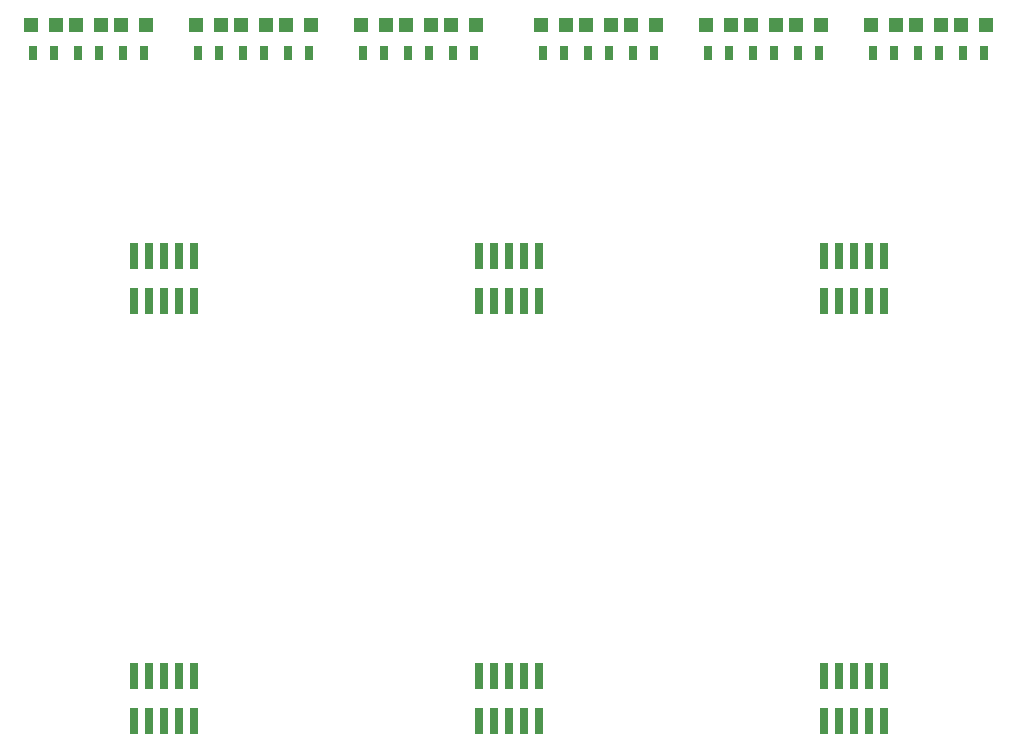
<source format=gbr>
G04 EAGLE Gerber X2 export*
%TF.Part,Single*%
%TF.FileFunction,Paste,Bot*%
%TF.FilePolarity,Positive*%
%TF.GenerationSoftware,Autodesk,EAGLE,9.1.3*%
%TF.CreationDate,2018-11-04T16:40:41Z*%
G75*
%MOIN*%
%FSLAX34Y34*%
%LPD*%
%AMOC8*
5,1,8,0,0,1.08239X$1,22.5*%
G01*
%ADD10R,0.030000X0.090000*%
%ADD11R,0.047244X0.047244*%
%ADD12R,0.031496X0.047244*%


D10*
X4500Y10250D03*
X4500Y11750D03*
X5000Y10250D03*
X5000Y11750D03*
X5500Y10250D03*
X5500Y11750D03*
X6000Y10250D03*
X6000Y11750D03*
X6500Y10250D03*
X6500Y11750D03*
X16000Y10250D03*
X16000Y11750D03*
X16500Y10250D03*
X16500Y11750D03*
X17000Y10250D03*
X17000Y11750D03*
X17500Y10250D03*
X17500Y11750D03*
X18000Y10250D03*
X18000Y11750D03*
X27500Y10250D03*
X27500Y11750D03*
X28000Y10250D03*
X28000Y11750D03*
X28500Y10250D03*
X28500Y11750D03*
X29000Y10250D03*
X29000Y11750D03*
X29500Y10250D03*
X29500Y11750D03*
X4500Y24250D03*
X4500Y25750D03*
X5000Y24250D03*
X5000Y25750D03*
X5500Y24250D03*
X5500Y25750D03*
X6000Y24250D03*
X6000Y25750D03*
X6500Y24250D03*
X6500Y25750D03*
X16000Y24250D03*
X16000Y25750D03*
X16500Y24250D03*
X16500Y25750D03*
X17000Y24250D03*
X17000Y25750D03*
X17500Y24250D03*
X17500Y25750D03*
X18000Y24250D03*
X18000Y25750D03*
X27500Y24250D03*
X27500Y25750D03*
X28000Y24250D03*
X28000Y25750D03*
X28500Y24250D03*
X28500Y25750D03*
X29000Y24250D03*
X29000Y25750D03*
X29500Y24250D03*
X29500Y25750D03*
D11*
X3413Y33450D03*
X2587Y33450D03*
X1913Y33450D03*
X1087Y33450D03*
X4913Y33450D03*
X4087Y33450D03*
D12*
X3354Y32500D03*
X2646Y32500D03*
X1146Y32500D03*
X1854Y32500D03*
X4146Y32500D03*
X4854Y32500D03*
D11*
X8913Y33450D03*
X8087Y33450D03*
X7413Y33450D03*
X6587Y33450D03*
X10413Y33450D03*
X9587Y33450D03*
D12*
X8854Y32500D03*
X8146Y32500D03*
X6646Y32500D03*
X7354Y32500D03*
X9646Y32500D03*
X10354Y32500D03*
D11*
X14413Y33450D03*
X13587Y33450D03*
X12913Y33450D03*
X12087Y33450D03*
X15913Y33450D03*
X15087Y33450D03*
D12*
X14354Y32500D03*
X13646Y32500D03*
X12146Y32500D03*
X12854Y32500D03*
X15146Y32500D03*
X15854Y32500D03*
D11*
X20413Y33450D03*
X19587Y33450D03*
X18913Y33450D03*
X18087Y33450D03*
X21913Y33450D03*
X21087Y33450D03*
D12*
X20354Y32500D03*
X19646Y32500D03*
X18146Y32500D03*
X18854Y32500D03*
X21146Y32500D03*
X21854Y32500D03*
D11*
X25913Y33450D03*
X25087Y33450D03*
X24413Y33450D03*
X23587Y33450D03*
X27413Y33450D03*
X26587Y33450D03*
D12*
X25854Y32500D03*
X25146Y32500D03*
X23646Y32500D03*
X24354Y32500D03*
X26646Y32500D03*
X27354Y32500D03*
D11*
X31413Y33450D03*
X30587Y33450D03*
X29913Y33450D03*
X29087Y33450D03*
X32913Y33450D03*
X32087Y33450D03*
D12*
X31354Y32500D03*
X30646Y32500D03*
X29146Y32500D03*
X29854Y32500D03*
X32146Y32500D03*
X32854Y32500D03*
M02*

</source>
